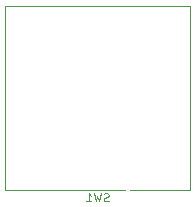
<source format=gbr>
%TF.GenerationSoftware,KiCad,Pcbnew,(6.0.6)*%
%TF.CreationDate,2022-07-10T21:38:46+02:00*%
%TF.ProjectId,GCode_Buttons_B3K-T13L,47436f64-655f-4427-9574-746f6e735f42,rev?*%
%TF.SameCoordinates,Original*%
%TF.FileFunction,Legend,Bot*%
%TF.FilePolarity,Positive*%
%FSLAX46Y46*%
G04 Gerber Fmt 4.6, Leading zero omitted, Abs format (unit mm)*
G04 Created by KiCad (PCBNEW (6.0.6)) date 2022-07-10 21:38:46*
%MOMM*%
%LPD*%
G01*
G04 APERTURE LIST*
%ADD10C,0.100000*%
%ADD11C,0.120000*%
%ADD12C,1.700000*%
%ADD13C,1.800000*%
%ADD14C,0.450000*%
G04 APERTURE END LIST*
D10*
%TO.C,SW1*%
X100933333Y-108733333D02*
X100833333Y-108766666D01*
X100666666Y-108766666D01*
X100600000Y-108733333D01*
X100566666Y-108700000D01*
X100533333Y-108633333D01*
X100533333Y-108566666D01*
X100566666Y-108500000D01*
X100600000Y-108466666D01*
X100666666Y-108433333D01*
X100800000Y-108400000D01*
X100866666Y-108366666D01*
X100900000Y-108333333D01*
X100933333Y-108266666D01*
X100933333Y-108200000D01*
X100900000Y-108133333D01*
X100866666Y-108100000D01*
X100800000Y-108066666D01*
X100633333Y-108066666D01*
X100533333Y-108100000D01*
X100300000Y-108066666D02*
X100133333Y-108766666D01*
X100000000Y-108266666D01*
X99866666Y-108766666D01*
X99700000Y-108066666D01*
X99066666Y-108766666D02*
X99466666Y-108766666D01*
X99266666Y-108766666D02*
X99266666Y-108066666D01*
X99333333Y-108166666D01*
X99400000Y-108233333D01*
X99466666Y-108266666D01*
D11*
X107800000Y-107800000D02*
X107800000Y-92200000D01*
X92200000Y-107800000D02*
X107800000Y-107800000D01*
X92200000Y-92200000D02*
X92200000Y-107800000D01*
X107800000Y-92200000D02*
X92200000Y-92200000D01*
%TD*%
%LPC*%
D12*
%TO.C,SW1*%
X100000000Y-105000000D03*
X100000000Y-95000000D03*
D13*
X95400000Y-101500000D03*
X104600000Y-98500000D03*
%TD*%
D14*
X103650000Y-104800000D03*
X92550000Y-97800000D03*
X96500000Y-92450000D03*
X104250000Y-101650000D03*
X90650000Y-94350000D03*
X109450000Y-94350000D03*
X100000000Y-110850000D03*
X109450000Y-105300000D03*
X97400000Y-91950000D03*
X100000000Y-89000000D03*
X90500000Y-105300000D03*
X95600000Y-92950000D03*
X102750000Y-105300000D03*
X94850000Y-104950000D03*
X102550000Y-107950000D03*
X93050000Y-99400000D03*
X95400000Y-95600000D03*
X93050000Y-101550000D03*
X94750000Y-93450000D03*
X101900000Y-105800000D03*
X93450000Y-103500000D03*
X103450000Y-107450000D03*
X96250000Y-95100000D03*
X104300000Y-106950000D03*
X96800000Y-106050000D03*
X97150000Y-94600000D03*
X105150000Y-106400000D03*
X98350000Y-102850000D03*
M02*

</source>
